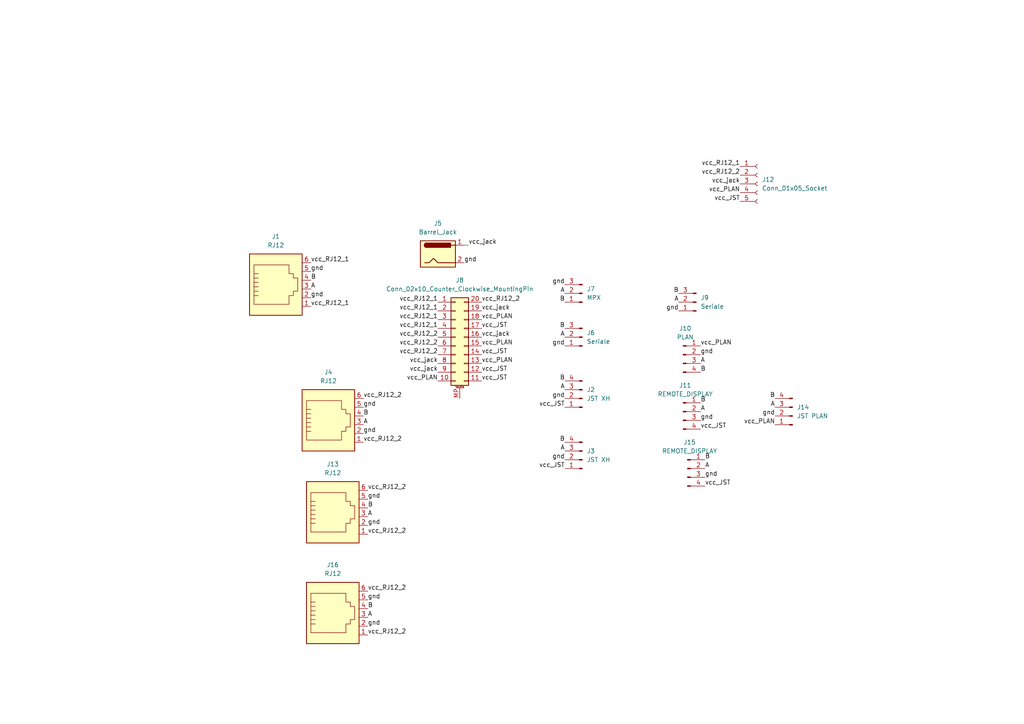
<source format=kicad_sch>
(kicad_sch (version 20250114) (generator "eeschema") (generator_version "9.0")
  (paper "A4")
  (lib_symbols
    (symbol "Connector:Barrel_Jack" (pin_names (offset 1.016))
      (property "Reference" "J" (at 0 5.334 0))
      (property "Value" "Barrel_Jack" (at 0 -5.08 0))
      (symbol "Barrel_Jack_0_1"
        (rectangle (start -5.08 3.81) (end 5.08 -3.81) (stroke (width 0.254)) (fill (type background)))
        (polyline (pts (xy -3.81 -2.54) (xy -2.54 -2.54) (xy -1.27 -1.27) (xy 0 -2.54) (xy 2.54 -2.54) (xy 5.08 -2.54)) (stroke (width 0.254)))
        (arc (start -3.302 1.905) (mid -3.9343 2.54) (end -3.302 3.175) (stroke (width 0.254)))
        (arc (start -3.302 1.905) (mid -3.9343 2.54) (end -3.302 3.175) (stroke (width 0.254)) (fill (type outline)))
        (rectangle (start 3.683 3.175) (end -3.302 1.905) (stroke (width 0.254)) (fill (type outline)))
        (polyline (pts (xy 5.08 2.54) (xy 3.81 2.54)) (stroke (width 0.254)))
      )
      (symbol "Barrel_Jack_1_1"
        (pin passive line (at 7.62 2.54 180) (length 2.54) (name "~") (number "1"))
        (pin passive line (at 7.62 -2.54 180) (length 2.54) (name "~") (number "2"))
      )
    )
    (symbol "Connector:Conn_01x03_Pin" (pin_names (offset 1.016) (hide yes))
      (property "Reference" "J" (at 0 5.08 0))
      (property "Value" "Conn_01x03_Pin" (at 0 -5.08 0))
      (symbol "Conn_01x03_Pin_1_1"
        (rectangle (start 0.8636 2.667) (end 0 2.413) (stroke (width 0.1524)) (fill (type outline)))
        (rectangle (start 0.8636 0.127) (end 0 -0.127) (stroke (width 0.1524)) (fill (type outline)))
        (rectangle (start 0.8636 -2.413) (end 0 -2.667) (stroke (width 0.1524)) (fill (type outline)))
        (polyline (pts (xy 1.27 2.54) (xy 0.8636 2.54)) (stroke (width 0.1524)))
        (polyline (pts (xy 1.27 0) (xy 0.8636 0)) (stroke (width 0.1524)))
        (polyline (pts (xy 1.27 -2.54) (xy 0.8636 -2.54)) (stroke (width 0.1524)))
        (pin passive line (at 5.08 2.54 180) (length 3.81) (name "Pin_1") (number "1"))
        (pin passive line (at 5.08 0 180) (length 3.81) (name "Pin_2") (number "2"))
        (pin passive line (at 5.08 -2.54 180) (length 3.81) (name "Pin_3") (number "3"))
      )
    )
    (symbol "Connector:Conn_01x04_Pin" (pin_names (offset 1.016) (hide yes))
      (property "Reference" "J" (at 0 5.08 0))
      (property "Value" "Conn_01x04_Pin" (at 0 -7.62 0))
      (symbol "Conn_01x04_Pin_1_1"
        (rectangle (start 0.8636 2.667) (end 0 2.413) (stroke (width 0.1524)) (fill (type outline)))
        (rectangle (start 0.8636 0.127) (end 0 -0.127) (stroke (width 0.1524)) (fill (type outline)))
        (rectangle (start 0.8636 -2.413) (end 0 -2.667) (stroke (width 0.1524)) (fill (type outline)))
        (rectangle (start 0.8636 -4.953) (end 0 -5.207) (stroke (width 0.1524)) (fill (type outline)))
        (polyline (pts (xy 1.27 2.54) (xy 0.8636 2.54)) (stroke (width 0.1524)))
        (polyline (pts (xy 1.27 0) (xy 0.8636 0)) (stroke (width 0.1524)))
        (polyline (pts (xy 1.27 -2.54) (xy 0.8636 -2.54)) (stroke (width 0.1524)))
        (polyline (pts (xy 1.27 -5.08) (xy 0.8636 -5.08)) (stroke (width 0.1524)))
        (pin passive line (at 5.08 2.54 180) (length 3.81) (name "Pin_1") (number "1"))
        (pin passive line (at 5.08 0 180) (length 3.81) (name "Pin_2") (number "2"))
        (pin passive line (at 5.08 -2.54 180) (length 3.81) (name "Pin_3") (number "3"))
        (pin passive line (at 5.08 -5.08 180) (length 3.81) (name "Pin_4") (number "4"))
      )
    )
    (symbol "Connector:Conn_01x05_Socket" (pin_names (offset 1.016) (hide yes))
      (property "Reference" "J" (at 0 7.62 0))
      (property "Value" "Conn_01x05_Socket" (at 0 -7.62 0))
      (symbol "Conn_01x05_Socket_1_1"
        (polyline (pts (xy -1.27 5.08) (xy -0.508 5.08)) (stroke (width 0.1524)))
        (polyline (pts (xy -1.27 2.54) (xy -0.508 2.54)) (stroke (width 0.1524)))
        (polyline (pts (xy -1.27 0) (xy -0.508 0)) (stroke (width 0.1524)))
        (polyline (pts (xy -1.27 -2.54) (xy -0.508 -2.54)) (stroke (width 0.1524)))
        (polyline (pts (xy -1.27 -5.08) (xy -0.508 -5.08)) (stroke (width 0.1524)))
        (arc (start 0 4.572) (mid -0.5058 5.08) (end 0 5.588) (stroke (width 0.1524)))
        (arc (start 0 2.032) (mid -0.5058 2.54) (end 0 3.048) (stroke (width 0.1524)))
        (arc (start 0 -0.508) (mid -0.5058 0) (end 0 0.508) (stroke (width 0.1524)))
        (arc (start 0 -3.048) (mid -0.5058 -2.54) (end 0 -2.032) (stroke (width 0.1524)))
        (arc (start 0 -5.588) (mid -0.5058 -5.08) (end 0 -4.572) (stroke (width 0.1524)))
        (pin passive line (at -5.08 5.08 0) (length 3.81) (name "Pin_1") (number "1"))
        (pin passive line (at -5.08 2.54 0) (length 3.81) (name "Pin_2") (number "2"))
        (pin passive line (at -5.08 0 0) (length 3.81) (name "Pin_3") (number "3"))
        (pin passive line (at -5.08 -2.54 0) (length 3.81) (name "Pin_4") (number "4"))
        (pin passive line (at -5.08 -5.08 0) (length 3.81) (name "Pin_5") (number "5"))
      )
    )
    (symbol "Connector:RJ12" (pin_names (offset 1.016))
      (property "Reference" "J" (at -5.08 11.43 0))
      (property "Value" "RJ12" (at 2.54 11.43 0))
      (symbol "RJ12_0_1"
        (polyline (pts (xy -6.35 3.175) (xy -5.08 3.175) (xy -5.08 3.175)))
        (polyline (pts (xy -6.35 1.905) (xy -5.08 1.905) (xy -5.08 1.905)))
        (polyline (pts (xy -6.35 0.635) (xy -5.08 0.635) (xy -5.08 0.635)))
        (polyline (pts (xy -6.35 -0.635) (xy -5.08 -0.635) (xy -5.08 -0.635)))
        (polyline (pts (xy -6.35 -1.905) (xy -5.08 -1.905) (xy -5.08 -1.905)))
        (polyline (pts (xy -6.35 -4.445) (xy -6.35 6.985) (xy 3.81 6.985) (xy 3.81 4.445) (xy 5.08 4.445) (xy 5.08 3.175) (xy 6.35 3.175) (xy 6.35 -0.635) (xy 5.08 -0.635) (xy 5.08 -1.905) (xy 3.81 -1.905) (xy 3.81 -4.445) (xy -6.35 -4.445) (xy -6.35 -4.445)))
        (polyline (pts (xy -5.08 4.445) (xy -6.35 4.445) (xy -6.35 4.445)))
        (rectangle (start 7.62 10.16) (end -7.62 -7.62) (stroke (width 0.254)) (fill (type background)))
      )
      (symbol "RJ12_1_1"
        (pin passive line (at 10.16 7.62 180) (length 2.54) (name "~") (number "6"))
        (pin passive line (at 10.16 5.08 180) (length 2.54) (name "~") (number "5"))
        (pin passive line (at 10.16 2.54 180) (length 2.54) (name "~") (number "4"))
        (pin passive line (at 10.16 0 180) (length 2.54) (name "~") (number "3"))
        (pin passive line (at 10.16 -2.54 180) (length 2.54) (name "~") (number "2"))
        (pin passive line (at 10.16 -5.08 180) (length 2.54) (name "~") (number "1"))
      )
    )
    (symbol "Connector_Generic_MountingPin:Conn_02x10_Counter_Clockwise_MountingPin" (pin_names (offset 1.016) (hide yes))
      (property "Reference" "J" (at 1.27 12.7 0))
      (property "Value" "Conn_02x10_Counter_Clockwise_MountingPin" (at 2.54 -15.24 0))
      (symbol "Conn_02x10_Counter_Clockwise_MountingPin_1_1"
        (rectangle (start -1.27 11.43) (end 3.81 -13.97) (stroke (width 0.254)) (fill (type background)))
        (rectangle (start -1.27 10.287) (end 0 10.033) (stroke (width 0.1524)))
        (rectangle (start -1.27 7.747) (end 0 7.493) (stroke (width 0.1524)))
        (rectangle (start -1.27 5.207) (end 0 4.953) (stroke (width 0.1524)))
        (rectangle (start -1.27 2.667) (end 0 2.413) (stroke (width 0.1524)))
        (rectangle (start -1.27 0.127) (end 0 -0.127) (stroke (width 0.1524)))
        (rectangle (start -1.27 -2.413) (end 0 -2.667) (stroke (width 0.1524)))
        (rectangle (start -1.27 -4.953) (end 0 -5.207) (stroke (width 0.1524)))
        (rectangle (start -1.27 -7.493) (end 0 -7.747) (stroke (width 0.1524)))
        (rectangle (start -1.27 -10.033) (end 0 -10.287) (stroke (width 0.1524)))
        (rectangle (start -1.27 -12.573) (end 0 -12.827) (stroke (width 0.1524)))
        (polyline (pts (xy 0.254 -14.732) (xy 2.286 -14.732)) (stroke (width 0.1524)))
        (rectangle (start 3.81 10.287) (end 2.54 10.033) (stroke (width 0.1524)))
        (rectangle (start 3.81 7.747) (end 2.54 7.493) (stroke (width 0.1524)))
        (rectangle (start 3.81 5.207) (end 2.54 4.953) (stroke (width 0.1524)))
        (rectangle (start 3.81 2.667) (end 2.54 2.413) (stroke (width 0.1524)))
        (rectangle (start 3.81 0.127) (end 2.54 -0.127) (stroke (width 0.1524)))
        (rectangle (start 3.81 -2.413) (end 2.54 -2.667) (stroke (width 0.1524)))
        (rectangle (start 3.81 -4.953) (end 2.54 -5.207) (stroke (width 0.1524)))
        (rectangle (start 3.81 -7.493) (end 2.54 -7.747) (stroke (width 0.1524)))
        (rectangle (start 3.81 -10.033) (end 2.54 -10.287) (stroke (width 0.1524)))
        (rectangle (start 3.81 -12.573) (end 2.54 -12.827) (stroke (width 0.1524)))
        (text "Mounting" (at 1.27 -14.351 0) (effects (font (size 0.381 0.381))))
        (pin passive line (at -5.08 10.16 0) (length 3.81) (name "Pin_1") (number "1"))
        (pin passive line (at -5.08 7.62 0) (length 3.81) (name "Pin_2") (number "2"))
        (pin passive line (at -5.08 5.08 0) (length 3.81) (name "Pin_3") (number "3"))
        (pin passive line (at -5.08 2.54 0) (length 3.81) (name "Pin_4") (number "4"))
        (pin passive line (at -5.08 0 0) (length 3.81) (name "Pin_5") (number "5"))
        (pin passive line (at -5.08 -2.54 0) (length 3.81) (name "Pin_6") (number "6"))
        (pin passive line (at -5.08 -5.08 0) (length 3.81) (name "Pin_7") (number "7"))
        (pin passive line (at -5.08 -7.62 0) (length 3.81) (name "Pin_8") (number "8"))
        (pin passive line (at -5.08 -10.16 0) (length 3.81) (name "Pin_9") (number "9"))
        (pin passive line (at -5.08 -12.7 0) (length 3.81) (name "Pin_10") (number "10"))
        (pin passive line (at 1.27 -17.78 90) (length 3.048) (name "MountPin") (number "MP"))
        (pin passive line (at 7.62 10.16 180) (length 3.81) (name "Pin_20") (number "20"))
        (pin passive line (at 7.62 7.62 180) (length 3.81) (name "Pin_19") (number "19"))
        (pin passive line (at 7.62 5.08 180) (length 3.81) (name "Pin_18") (number "18"))
        (pin passive line (at 7.62 2.54 180) (length 3.81) (name "Pin_17") (number "17"))
        (pin passive line (at 7.62 0 180) (length 3.81) (name "Pin_16") (number "16"))
        (pin passive line (at 7.62 -2.54 180) (length 3.81) (name "Pin_15") (number "15"))
        (pin passive line (at 7.62 -5.08 180) (length 3.81) (name "Pin_14") (number "14"))
        (pin passive line (at 7.62 -7.62 180) (length 3.81) (name "Pin_13") (number "13"))
        (pin passive line (at 7.62 -10.16 180) (length 3.81) (name "Pin_12") (number "12"))
        (pin passive line (at 7.62 -12.7 180) (length 3.81) (name "Pin_11") (number "11"))
      )
    )
  )
  (wire (pts (xy 135.89 71.12) (xy 134.62 71.12)))
  (label "vcc_PLAN" (at 139.7 100.33 0))
  (label "vcc_PLAN" (at 214.63 55.88 180))
  (label "A" (at 106.68 149.86 0))
  (label "A" (at 163.83 85.09 180))
  (label "gnd" (at 90.17 78.74 0))
  (label "A" (at 163.83 130.81 180))
  (label "B" (at 163.83 95.25 180))
  (label "gnd" (at 106.68 173.99 0))
  (label "vcc_RJ12_2" (at 105.41 115.57 0))
  (label "vcc_RJ12_1" (at 127 92.71 180))
  (label "gnd" (at 105.41 125.73 0))
  (label "gnd" (at 163.83 100.33 180))
  (label "B" (at 106.68 176.53 0))
  (label "vcc_RJ12_1" (at 90.17 76.2 0))
  (label "vcc_JST" (at 163.83 135.89 180))
  (label "vcc_PLAN" (at 224.79 123.19 180))
  (label "vcc_RJ12_1" (at 127 87.63 180))
  (label "A" (at 204.47 135.89 0))
  (label "A" (at 106.68 179.07 0))
  (label "vcc_RJ12_2" (at 106.68 171.45 0))
  (label "B" (at 90.17 81.28 0))
  (label "gnd" (at 224.79 120.65 180))
  (label "gnd" (at 106.68 144.78 0))
  (label "gnd" (at 203.2 121.92 0))
  (label "vcc_RJ12_2" (at 214.63 50.8 180))
  (label "A" (at 90.17 83.82 0))
  (label "B" (at 196.85 85.09 180))
  (label "gnd" (at 106.68 181.61 0))
  (label "vcc_PLAN" (at 127 110.49 180))
  (label "B" (at 105.41 120.65 0))
  (label "vcc_jack" (at 127 105.41 180))
  (label "vcc_jack" (at 139.7 90.17 0))
  (label "vcc_RJ12_1" (at 127 90.17 180))
  (label "vcc_PLAN" (at 139.7 92.71 0))
  (label "gnd" (at 163.83 133.35 180))
  (label "vcc_JST" (at 203.2 124.46 0))
  (label "A" (at 196.85 87.63 180))
  (label "vcc_RJ12_2" (at 106.68 142.24 0))
  (label "vcc_RJ12_2" (at 127 100.33 180))
  (label "A" (at 105.41 123.19 0))
  (label "A" (at 224.79 118.11 180))
  (label "vcc_JST" (at 214.63 58.42 180))
  (label "vcc_JST" (at 139.7 95.25 0))
  (label "B" (at 163.83 110.49 180))
  (label "vcc_RJ12_2" (at 106.68 184.15 0))
  (label "gnd" (at 203.2 102.87 0))
  (label "B" (at 203.2 116.84 0))
  (label "A" (at 163.83 97.79 180))
  (label "vcc_JST" (at 204.47 140.97 0))
  (label "gnd" (at 204.47 138.43 0))
  (label "vcc_PLAN" (at 139.7 105.41 0))
  (label "vcc_JST" (at 163.83 118.11 180))
  (label "vcc_RJ12_1" (at 90.17 88.9 0))
  (label "B" (at 204.47 133.35 0))
  (label "gnd" (at 106.68 152.4 0))
  (label "A" (at 203.2 105.41 0))
  (label "vcc_PLAN" (at 203.2 100.33 0))
  (label "A" (at 163.83 113.03 180))
  (label "vcc_RJ12_2" (at 105.41 128.27 0))
  (label "vcc_jack" (at 127 107.95 180))
  (label "gnd" (at 105.41 118.11 0))
  (label "vcc_jack" (at 139.7 97.79 0))
  (label "vcc_JST" (at 139.7 102.87 0))
  (label "gnd" (at 134.62 76.2 0))
  (label "vcc_RJ12_2" (at 106.68 154.94 0))
  (label "vcc_RJ12_2" (at 139.7 87.63 0))
  (label "gnd" (at 196.85 90.17 180))
  (label "gnd" (at 90.17 86.36 0))
  (label "gnd" (at 163.83 115.57 180))
  (label "B" (at 163.83 128.27 180))
  (label "vcc_JST" (at 139.7 107.95 0))
  (label "vcc_RJ12_1" (at 127 95.25 180))
  (label "A" (at 203.2 119.38 0))
  (label "vcc_RJ12_2" (at 127 102.87 180))
  (label "vcc_RJ12_2" (at 127 97.79 180))
  (label "gnd" (at 163.83 82.55 180))
  (label "vcc_RJ12_1" (at 214.63 48.26 180))
  (label "vcc_jack" (at 135.89 71.12 0))
  (label "vcc_jack" (at 214.63 53.34 180))
  (label "B" (at 106.68 147.32 0))
  (label "B" (at 224.79 115.57 180))
  (label "B" (at 203.2 107.95 0))
  (label "vcc_JST" (at 139.7 110.49 0))
  (label "B" (at 163.83 87.63 180))
  (symbol (lib_id "Connector:Conn_01x04_Pin") (at 199.39 135.89 0) (unit 1)
    (property "Reference" "J15" (at 200.025 128.27 0))
    (property "Value" "REMOTE_DISPLAY" (at 200.025 130.81 0))
    (property "Footprint" "board:648104131822" (effects (hide yes)))
    (property "Description" "Generic connector, single row, 01x04, script generated" (effects (hide yes)))
  )
  (symbol (lib_id "Connector:Conn_01x03_Pin") (at 168.91 97.79 180) (unit 1)
    (property "Reference" "J6" (at 170.18 96.5199 0) (effects (justify right)))
    (property "Value" "Seriale" (at 170.18 99.0599 0) (effects (justify right)))
    (property "Footprint" "Connector_Phoenix_MSTB:PhoenixContact_MSTBA_2,5_3-G_1x03_P5.00mm_Horizontal" (effects (hide yes)))
    (property "Description" "Generic connector, single row, 01x03, script generated" (effects (hide yes)))
  )
  (symbol (lib_id "Connector:Conn_01x04_Pin") (at 168.91 133.35 180) (unit 1)
    (property "Reference" "J3" (at 170.18 130.8099 0) (effects (justify right)))
    (property "Value" "JST XH" (at 170.18 133.3499 0) (effects (justify right)))
    (property "Footprint" "Connector_JST:JST_XH_B4B-XH-AM_1x04_P2.50mm_Vertical" (effects (hide yes)))
    (property "Description" "Generic connector, single row, 01x04, script generated" (effects (hide yes)))
  )
  (symbol (lib_id "Connector:Barrel_Jack") (at 127 73.66 0) (unit 1)
    (property "Reference" "J5" (at 127 64.77 0))
    (property "Value" "Barrel_Jack" (at 127 67.31 0))
    (property "Footprint" "Connector_BarrelJack:BarrelJack_GCT_DCJ200-10-A_Horizontal" (effects (hide yes)))
    (property "Description" "DC Barrel Jack" (effects (hide yes)))
  )
  (symbol (lib_id "Connector:Conn_01x03_Pin") (at 168.91 85.09 180) (unit 1)
    (property "Reference" "J7" (at 170.18 83.8199 0) (effects (justify right)))
    (property "Value" "MPX" (at 170.18 86.3599 0) (effects (justify right)))
    (property "Footprint" "Connector_Phoenix_MSTB:PhoenixContact_MSTBA_2,5_3-G_1x03_P5.00mm_Horizontal" (effects (hide yes)))
    (property "Description" "Generic connector, single row, 01x03, script generated" (effects (hide yes)))
  )
  (symbol (lib_id "Connector:Conn_01x04_Pin") (at 229.87 120.65 180) (unit 1)
    (property "Reference" "J14" (at 231.14 118.1099 0) (effects (justify right)))
    (property "Value" "JST PLAN" (at 231.14 120.6499 0) (effects (justify right)))
    (property "Footprint" "Connector_JST:JST_XH_B4B-XH-AM_1x04_P2.50mm_Vertical" (effects (hide yes)))
    (property "Description" "Generic connector, single row, 01x04, script generated" (effects (hide yes)))
  )
  (symbol (lib_id "Connector:Conn_01x03_Pin") (at 201.93 87.63 180) (unit 1)
    (property "Reference" "J9" (at 203.2 86.3599 0) (effects (justify right)))
    (property "Value" "Seriale" (at 203.2 88.8999 0) (effects (justify right)))
    (property "Footprint" "Connector_Phoenix_MSTB:PhoenixContact_MSTBA_2,5_3-G_1x03_P5.00mm_Horizontal" (effects (hide yes)))
    (property "Description" "Generic connector, single row, 01x03, script generated" (effects (hide yes)))
  )
  (symbol (lib_id "Connector:Conn_01x05_Socket") (at 219.71 53.34 0) (unit 1)
    (property "Reference" "J12" (at 220.98 52.0699 0) (effects (justify left)))
    (property "Value" "Conn_01x05_Socket" (at 220.98 54.6099 0) (effects (justify left)))
    (property "Footprint" "TerminalBlock_Phoenix:TerminalBlock_Phoenix_MPT-0,5-5-2.54_1x05_P2.54mm_Horizontal" (effects (hide yes)))
    (property "Description" "Generic connector, single row, 01x05, script generated" (effects (hide yes)))
  )
  (symbol (lib_id "Connector:Conn_01x04_Pin") (at 198.12 119.38 0) (unit 1)
    (property "Reference" "J11" (at 198.755 111.76 0))
    (property "Value" "REMOTE_DISPLAY" (at 198.755 114.3 0))
    (property "Footprint" "board:648104131822" (effects (hide yes)))
    (property "Description" "Generic connector, single row, 01x04, script generated" (effects (hide yes)))
  )
  (symbol (lib_id "Connector:RJ12") (at 96.52 179.07 0) (unit 1)
    (property "Reference" "J16" (at 96.52 163.83 0))
    (property "Value" "RJ12" (at 96.52 166.37 0))
    (property "Footprint" "Connector_RJ:RJ25_Wayconn_MJEA-660X1_Horizontal" (effects (hide yes)))
    (property "Description" "RJ connector, 6P6C (6 positions 6 connected)" (effects (hide yes)))
  )
  (symbol (lib_id "Connector:Conn_01x04_Pin") (at 168.91 115.57 180) (unit 1)
    (property "Reference" "J2" (at 170.18 113.0299 0) (effects (justify right)))
    (property "Value" "JST XH" (at 170.18 115.5699 0) (effects (justify right)))
    (property "Footprint" "Connector_JST:JST_XH_B4B-XH-AM_1x04_P2.50mm_Vertical" (effects (hide yes)))
    (property "Description" "Generic connector, single row, 01x04, script generated" (effects (hide yes)))
  )
  (symbol (lib_id "Connector:Conn_01x04_Pin") (at 198.12 102.87 0) (unit 1)
    (property "Reference" "J10" (at 198.755 95.25 0))
    (property "Value" "PLAN" (at 198.755 97.79 0))
    (property "Footprint" "Connector_Phoenix_MSTB:PhoenixContact_MSTBA_2,5_4-G-5,08_1x04_P5.08mm_Horizontal" (effects (hide yes)))
    (property "Description" "Generic connector, single row, 01x04, script generated" (effects (hide yes)))
  )
  (symbol (lib_id "Connector_Generic_MountingPin:Conn_02x10_Counter_Clockwise_MountingPin") (at 132.08 97.79 0) (unit 1)
    (property "Reference" "J8" (at 133.35 81.28 0))
    (property "Value" "Conn_02x10_Counter_Clockwise_MountingPin" (at 133.35 83.82 0))
    (property "Footprint" "Button_Switch_SMD:SW_DIP_SPSTx10_Slide_6.7x26.96mm_W8.61mm_P2.54mm_LowProfile" (effects (hide yes)))
    (property "Description" "Generic connectable mounting pin connector, double row, 02x10, counter clockwise pin numbering scheme (similar to DIP package numbering), script generated (kicad-library-utils/schlib/autogen/connector/)" (effects (hide yes)))
  )
  (symbol (lib_id "Connector:RJ12") (at 80.01 83.82 0) (unit 1)
    (property "Reference" "J1" (at 80.01 68.58 0))
    (property "Value" "RJ12" (at 80.01 71.12 0))
    (property "Footprint" "Connector_RJ:RJ25_Wayconn_MJEA-660X1_Horizontal" (effects (hide yes)))
    (property "Description" "RJ connector, 6P6C (6 positions 6 connected)" (effects (hide yes)))
  )
  (symbol (lib_id "Connector:RJ12") (at 95.25 123.19 0) (unit 1)
    (property "Reference" "J4" (at 95.25 107.95 0))
    (property "Value" "RJ12" (at 95.25 110.49 0))
    (property "Footprint" "Connector_RJ:RJ25_Wayconn_MJEA-660X1_Horizontal" (effects (hide yes)))
    (property "Description" "RJ connector, 6P6C (6 positions 6 connected)" (effects (hide yes)))
  )
  (symbol (lib_id "Connector:RJ12") (at 96.52 149.86 0) (unit 1)
    (property "Reference" "J13" (at 96.52 134.62 0))
    (property "Value" "RJ12" (at 96.52 137.16 0))
    (property "Footprint" "Connector_RJ:RJ25_Wayconn_MJEA-660X1_Horizontal" (effects (hide yes)))
    (property "Description" "RJ connector, 6P6C (6 positions 6 connected)" (effects (hide yes)))
  )
)
</source>
